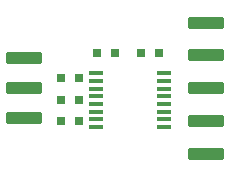
<source format=gtp>
G04*
G04 #@! TF.GenerationSoftware,Altium Limited,Altium Designer,24.4.1 (13)*
G04*
G04 Layer_Color=8421504*
%FSLAX25Y25*%
%MOIN*%
G70*
G04*
G04 #@! TF.SameCoordinates,AA9B8025-BE10-49C8-B8BA-64AABDCBB2E5*
G04*
G04*
G04 #@! TF.FilePolarity,Positive*
G04*
G01*
G75*
%ADD13R,0.03150X0.03150*%
%ADD14R,0.04575X0.01200*%
G04:AMPARAMS|DCode=15|XSize=39.37mil|YSize=118.11mil|CornerRadius=4.92mil|HoleSize=0mil|Usage=FLASHONLY|Rotation=90.000|XOffset=0mil|YOffset=0mil|HoleType=Round|Shape=RoundedRectangle|*
%AMROUNDEDRECTD15*
21,1,0.03937,0.10827,0,0,90.0*
21,1,0.02953,0.11811,0,0,90.0*
1,1,0.00984,0.05413,0.01476*
1,1,0.00984,0.05413,-0.01476*
1,1,0.00984,-0.05413,-0.01476*
1,1,0.00984,-0.05413,0.01476*
%
%ADD15ROUNDEDRECTD15*%
D13*
X68209Y41732D02*
D03*
X62303D02*
D03*
X82874D02*
D03*
X76968D02*
D03*
X56201Y19094D02*
D03*
X50295D02*
D03*
X56201Y26083D02*
D03*
X50295D02*
D03*
X56201Y33366D02*
D03*
X50295D02*
D03*
D14*
X84531Y34941D02*
D03*
Y32382D02*
D03*
Y29823D02*
D03*
Y27264D02*
D03*
Y24705D02*
D03*
Y22146D02*
D03*
Y19587D02*
D03*
Y17028D02*
D03*
X61925D02*
D03*
Y19587D02*
D03*
Y22146D02*
D03*
Y24705D02*
D03*
Y27264D02*
D03*
Y29823D02*
D03*
Y32382D02*
D03*
Y34941D02*
D03*
D15*
X37795Y20020D02*
D03*
Y30020D02*
D03*
Y40020D02*
D03*
X98425Y40886D02*
D03*
Y29980D02*
D03*
Y19075D02*
D03*
Y8169D02*
D03*
Y51791D02*
D03*
M02*

</source>
